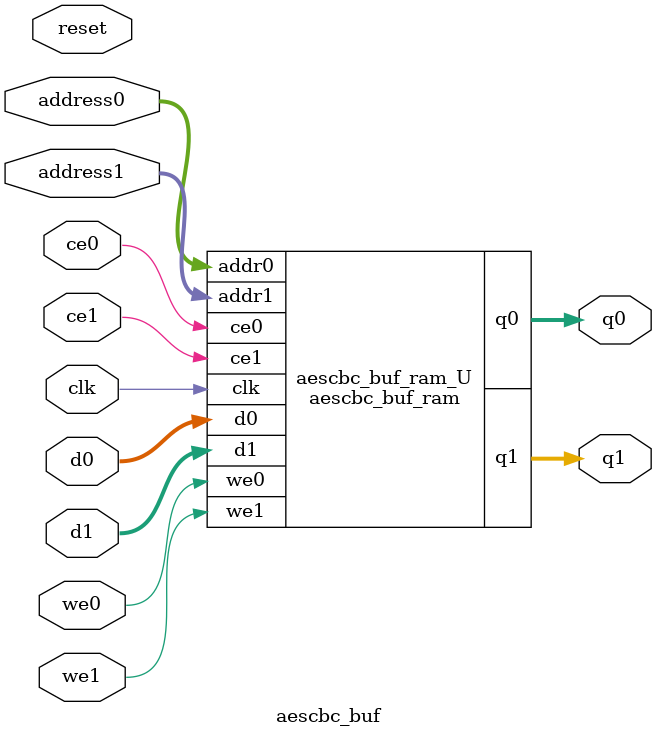
<source format=v>

`timescale 1 ns / 1 ps
module aescbc_buf_ram (addr0, ce0, d0, we0, q0, addr1, ce1, d1, we1, q1,  clk);

parameter DWIDTH = 8;
parameter AWIDTH = 4;
parameter MEM_SIZE = 16;

input[AWIDTH-1:0] addr0;
input ce0;
input[DWIDTH-1:0] d0;
input we0;
output reg[DWIDTH-1:0] q0;
input[AWIDTH-1:0] addr1;
input ce1;
input[DWIDTH-1:0] d1;
input we1;
output reg[DWIDTH-1:0] q1;
input clk;

(* ram_style = "block" *)reg [DWIDTH-1:0] ram[0:MEM_SIZE-1];




always @(posedge clk)  
begin 
    if (ce0) 
    begin
        if (we0) 
        begin 
            ram[addr0] <= d0; 
            q0 <= d0;
        end 
        else 
            q0 <= ram[addr0];
    end
end


always @(posedge clk)  
begin 
    if (ce1) 
    begin
        if (we1) 
        begin 
            ram[addr1] <= d1; 
            q1 <= d1;
        end 
        else 
            q1 <= ram[addr1];
    end
end


endmodule


`timescale 1 ns / 1 ps
module aescbc_buf(
    reset,
    clk,
    address0,
    ce0,
    we0,
    d0,
    q0,
    address1,
    ce1,
    we1,
    d1,
    q1);

parameter DataWidth = 32'd8;
parameter AddressRange = 32'd16;
parameter AddressWidth = 32'd4;
input reset;
input clk;
input[AddressWidth - 1:0] address0;
input ce0;
input we0;
input[DataWidth - 1:0] d0;
output[DataWidth - 1:0] q0;
input[AddressWidth - 1:0] address1;
input ce1;
input we1;
input[DataWidth - 1:0] d1;
output[DataWidth - 1:0] q1;



aescbc_buf_ram aescbc_buf_ram_U(
    .clk( clk ),
    .addr0( address0 ),
    .ce0( ce0 ),
    .d0( d0 ),
    .we0( we0 ),
    .q0( q0 ),
    .addr1( address1 ),
    .ce1( ce1 ),
    .d1( d1 ),
    .we1( we1 ),
    .q1( q1 ));

endmodule


</source>
